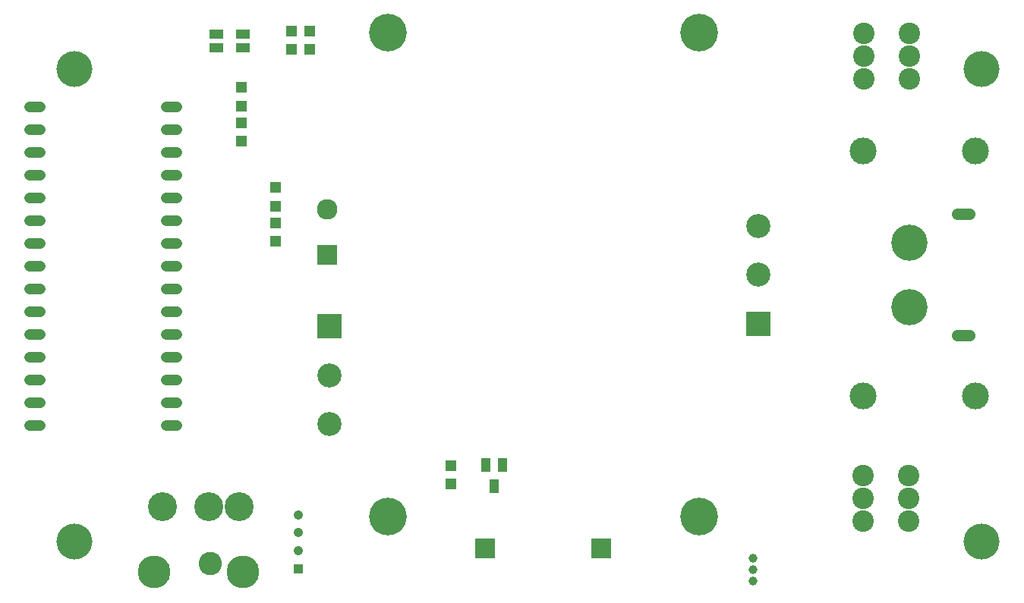
<source format=gbr>
G04 EAGLE Gerber RS-274X export*
G75*
%MOMM*%
%FSLAX34Y34*%
%LPD*%
%INSoldermask Top*%
%IPPOS*%
%AMOC8*
5,1,8,0,0,1.08239X$1,22.5*%
G01*
%ADD10C,4.050000*%
%ADD11C,1.300000*%
%ADD12C,4.200000*%
%ADD13C,3.231150*%
%ADD14C,3.653000*%
%ADD15C,2.600000*%
%ADD16C,1.200000*%
%ADD17C,2.400000*%
%ADD18R,1.050000X1.050000*%
%ADD19C,1.050000*%
%ADD20R,2.690000X2.690000*%
%ADD21C,2.690000*%
%ADD22C,1.000000*%
%ADD23C,3.000000*%
%ADD24C,4.000000*%
%ADD25R,1.500000X1.100000*%
%ADD26R,1.200000X1.300000*%
%ADD27R,2.295000X2.295000*%
%ADD28C,2.295000*%
%ADD29R,1.200000X1.200000*%
%ADD30R,1.300000X1.200000*%
%ADD31R,2.200000X2.200000*%
%ADD32R,1.000000X1.500000*%


D10*
X961850Y392200D03*
X961850Y464200D03*
D11*
X1015350Y360700D02*
X1028350Y360700D01*
X1028350Y495700D02*
X1015350Y495700D01*
D12*
X380060Y157942D03*
X380060Y697942D03*
X726900Y698000D03*
X726900Y158000D03*
D13*
X214520Y168940D03*
X128520Y168940D03*
X180520Y168940D03*
D14*
X119520Y95940D03*
X218520Y95940D03*
D15*
X181520Y105940D03*
D16*
X145020Y260050D02*
X133020Y260050D01*
X133020Y285450D02*
X145020Y285450D01*
X145020Y310850D02*
X133020Y310850D01*
X133020Y336250D02*
X145020Y336250D01*
X145020Y361650D02*
X133020Y361650D01*
X133020Y387050D02*
X145020Y387050D01*
X145020Y412450D02*
X133020Y412450D01*
X133020Y437850D02*
X145020Y437850D01*
X145020Y463250D02*
X133020Y463250D01*
X133020Y488650D02*
X145020Y488650D01*
X145020Y514050D02*
X133020Y514050D01*
X133020Y539450D02*
X145020Y539450D01*
X-7380Y260050D02*
X-19380Y260050D01*
X-19380Y285450D02*
X-7380Y285450D01*
X-7380Y310850D02*
X-19380Y310850D01*
X-19380Y463250D02*
X-7380Y463250D01*
X-7380Y488650D02*
X-19380Y488650D01*
X-19380Y514050D02*
X-7380Y514050D01*
X-7380Y539450D02*
X-19380Y539450D01*
X-19380Y615650D02*
X-7380Y615650D01*
X133020Y615650D02*
X145020Y615650D01*
X145020Y590250D02*
X133020Y590250D01*
X133020Y564850D02*
X145020Y564850D01*
X-7380Y590250D02*
X-19380Y590250D01*
X-19380Y564850D02*
X-7380Y564850D01*
X-7380Y336250D02*
X-19380Y336250D01*
X-19380Y437850D02*
X-7380Y437850D01*
X-7380Y412450D02*
X-19380Y412450D01*
X-19380Y387050D02*
X-7380Y387050D01*
X-7380Y361650D02*
X-19380Y361650D01*
D17*
X910140Y204260D03*
X910140Y178860D03*
X910140Y153460D03*
X960940Y153460D03*
X960940Y178860D03*
X960940Y204260D03*
X910640Y697740D03*
X910640Y672340D03*
X910640Y646940D03*
X961440Y646940D03*
X961440Y672340D03*
X961440Y697740D03*
D18*
X280500Y100000D03*
D19*
X280500Y120000D03*
X280500Y140000D03*
X280500Y160000D03*
D20*
X314550Y370600D03*
D21*
X314550Y316000D03*
X314550Y261400D03*
D20*
X793450Y373400D03*
D21*
X793450Y428000D03*
X793450Y482600D03*
D22*
X787000Y112000D03*
X787000Y99300D03*
X787000Y86600D03*
D23*
X910000Y566500D03*
X1035000Y566500D03*
X910000Y293000D03*
X1035000Y293000D03*
D24*
X30000Y657500D03*
X30000Y130000D03*
X1042500Y130000D03*
X1042500Y657500D03*
D25*
X188500Y696500D03*
X218500Y696500D03*
X218500Y681500D03*
X188500Y681500D03*
D26*
X293160Y700000D03*
X272840Y700000D03*
X293160Y680000D03*
X272840Y680000D03*
D27*
X312000Y450000D03*
D28*
X312000Y500800D03*
D29*
X255000Y525500D03*
X255000Y504500D03*
D30*
X255000Y486160D03*
X255000Y465840D03*
X217000Y597160D03*
X217000Y576840D03*
D29*
X217000Y637500D03*
X217000Y616500D03*
D31*
X488100Y123000D03*
X618100Y123000D03*
D32*
X507900Y215400D03*
X488900Y215400D03*
X498400Y192400D03*
D30*
X450100Y194240D03*
X450100Y214560D03*
M02*

</source>
